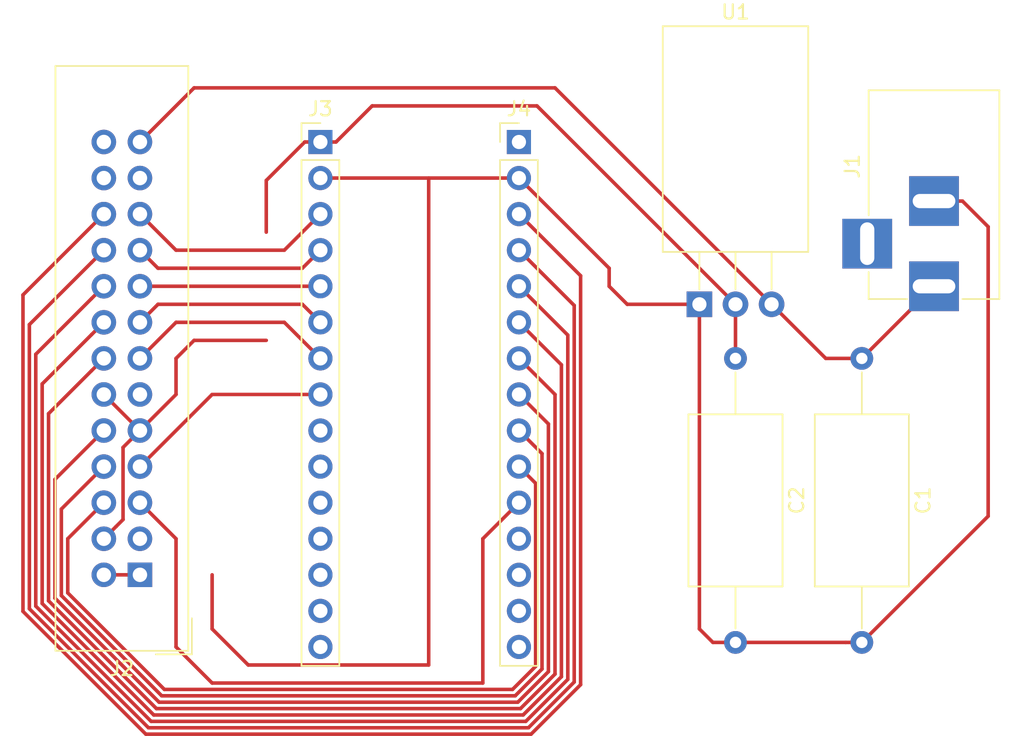
<source format=kicad_pcb>
(kicad_pcb (version 20171130) (host pcbnew "(5.0.0-rc2-dev-374-g906b389fa)")

  (general
    (thickness 1.6)
    (drawings 1)
    (tracks 128)
    (zones 0)
    (modules 7)
    (nets 37)
  )

  (page A4)
  (layers
    (0 F.Cu signal)
    (31 B.Cu signal)
    (32 B.Adhes user)
    (33 F.Adhes user)
    (34 B.Paste user)
    (35 F.Paste user)
    (36 B.SilkS user)
    (37 F.SilkS user)
    (38 B.Mask user)
    (39 F.Mask user)
    (40 Dwgs.User user)
    (41 Cmts.User user)
    (42 Eco1.User user)
    (43 Eco2.User user)
    (44 Edge.Cuts user)
    (45 Margin user)
    (46 B.CrtYd user)
    (47 F.CrtYd user)
    (48 B.Fab user)
    (49 F.Fab user)
  )

  (setup
    (last_trace_width 0.25)
    (trace_clearance 0.2)
    (zone_clearance 0.508)
    (zone_45_only no)
    (trace_min 0.2)
    (segment_width 0.2)
    (edge_width 0.15)
    (via_size 0.8)
    (via_drill 0.4)
    (via_min_size 0.4)
    (via_min_drill 0.3)
    (uvia_size 0.3)
    (uvia_drill 0.1)
    (uvias_allowed no)
    (uvia_min_size 0.2)
    (uvia_min_drill 0.1)
    (pcb_text_width 0.3)
    (pcb_text_size 1.5 1.5)
    (mod_edge_width 0.15)
    (mod_text_size 1 1)
    (mod_text_width 0.15)
    (pad_size 1.524 1.524)
    (pad_drill 0.762)
    (pad_to_mask_clearance 0.2)
    (aux_axis_origin 0 0)
    (visible_elements 7FFFFFFF)
    (pcbplotparams
      (layerselection 0x010fc_ffffffff)
      (usegerberextensions false)
      (usegerberattributes false)
      (usegerberadvancedattributes false)
      (creategerberjobfile false)
      (excludeedgelayer true)
      (linewidth 0.100000)
      (plotframeref false)
      (viasonmask false)
      (mode 1)
      (useauxorigin false)
      (hpglpennumber 1)
      (hpglpenspeed 20)
      (hpglpendiameter 15)
      (psnegative false)
      (psa4output false)
      (plotreference true)
      (plotvalue true)
      (plotinvisibletext false)
      (padsonsilk false)
      (subtractmaskfromsilk false)
      (outputformat 1)
      (mirror false)
      (drillshape 1)
      (scaleselection 1)
      (outputdirectory ""))
  )

  (net 0 "")
  (net 1 Earth)
  (net 2 +12V)
  (net 3 +5V)
  (net 4 "Net-(J1-Pad3)")
  (net 5 "Net-(J2-Pad26)")
  (net 6 "Net-(J2-Pad24)")
  (net 7 "Net-(J2-Pad23)")
  (net 8 MCU_GPIO_19)
  (net 9 MCU_GPIO_21)
  (net 10 MCU_GPIO_05)
  (net 11 MCU_GPIO_18)
  (net 12 C5)
  (net 13 B~W~)
  (net 14 C3)
  (net 15 C4)
  (net 16 C1)
  (net 17 C2)
  (net 18 "Net-(J2-Pad11)")
  (net 19 MCU_GPIO_12)
  (net 20 MCU_GPIO_13)
  (net 21 "Net-(J2-Pad3)")
  (net 22 "Net-(J3-Pad9)")
  (net 23 "Net-(J3-Pad10)")
  (net 24 "Net-(J3-Pad11)")
  (net 25 "Net-(J3-Pad12)")
  (net 26 "Net-(J3-Pad13)")
  (net 27 "Net-(J3-Pad14)")
  (net 28 "Net-(J3-Pad15)")
  (net 29 "Net-(J4-Pad15)")
  (net 30 "Net-(J4-Pad14)")
  (net 31 "Net-(J4-Pad13)")
  (net 32 "Net-(J4-Pad12)")
  (net 33 "Net-(J4-Pad1)")
  (net 34 MCU_GPIO_15)
  (net 35 MCU_GPIO_02)
  (net 36 MCU_GPIO_25)

  (net_class Default "This is the default net class."
    (clearance 0.2)
    (trace_width 0.25)
    (via_dia 0.8)
    (via_drill 0.4)
    (uvia_dia 0.3)
    (uvia_drill 0.1)
    (add_net +12V)
    (add_net +5V)
    (add_net B~W~)
    (add_net C1)
    (add_net C2)
    (add_net C3)
    (add_net C4)
    (add_net C5)
    (add_net Earth)
    (add_net MCU_GPIO_02)
    (add_net MCU_GPIO_05)
    (add_net MCU_GPIO_12)
    (add_net MCU_GPIO_13)
    (add_net MCU_GPIO_15)
    (add_net MCU_GPIO_18)
    (add_net MCU_GPIO_19)
    (add_net MCU_GPIO_21)
    (add_net MCU_GPIO_25)
    (add_net "Net-(J1-Pad3)")
    (add_net "Net-(J2-Pad11)")
    (add_net "Net-(J2-Pad23)")
    (add_net "Net-(J2-Pad24)")
    (add_net "Net-(J2-Pad26)")
    (add_net "Net-(J2-Pad3)")
    (add_net "Net-(J3-Pad10)")
    (add_net "Net-(J3-Pad11)")
    (add_net "Net-(J3-Pad12)")
    (add_net "Net-(J3-Pad13)")
    (add_net "Net-(J3-Pad14)")
    (add_net "Net-(J3-Pad15)")
    (add_net "Net-(J3-Pad9)")
    (add_net "Net-(J4-Pad1)")
    (add_net "Net-(J4-Pad12)")
    (add_net "Net-(J4-Pad13)")
    (add_net "Net-(J4-Pad14)")
    (add_net "Net-(J4-Pad15)")
  )

  (module Capacitors_THT:C_Axial_L12.0mm_D6.5mm_P20.00mm_Horizontal (layer F.Cu) (tedit 597BC7C2) (tstamp 5AD81750)
    (at 273.05 -24.13 270)
    (descr "C, Axial series, Axial, Horizontal, pin pitch=20mm, , length*diameter=12*6.5mm^2, http://cdn-reichelt.de/documents/datenblatt/B300/STYROFLEX.pdf")
    (tags "C Axial series Axial Horizontal pin pitch 20mm  length 12mm diameter 6.5mm")
    (path /5AC6FB9C)
    (fp_text reference C1 (at 10 -4.31 270) (layer F.SilkS)
      (effects (font (size 1 1) (thickness 0.15)))
    )
    (fp_text value 100nF (at 10 4.31 270) (layer F.Fab)
      (effects (font (size 1 1) (thickness 0.15)))
    )
    (fp_text user %R (at 10 0 270) (layer F.Fab)
      (effects (font (size 1 1) (thickness 0.15)))
    )
    (fp_line (start 21.05 -3.6) (end -1.05 -3.6) (layer F.CrtYd) (width 0.05))
    (fp_line (start 21.05 3.6) (end 21.05 -3.6) (layer F.CrtYd) (width 0.05))
    (fp_line (start -1.05 3.6) (end 21.05 3.6) (layer F.CrtYd) (width 0.05))
    (fp_line (start -1.05 -3.6) (end -1.05 3.6) (layer F.CrtYd) (width 0.05))
    (fp_line (start 19.02 0) (end 16.06 0) (layer F.SilkS) (width 0.12))
    (fp_line (start 0.98 0) (end 3.94 0) (layer F.SilkS) (width 0.12))
    (fp_line (start 16.06 -3.31) (end 3.94 -3.31) (layer F.SilkS) (width 0.12))
    (fp_line (start 16.06 3.31) (end 16.06 -3.31) (layer F.SilkS) (width 0.12))
    (fp_line (start 3.94 3.31) (end 16.06 3.31) (layer F.SilkS) (width 0.12))
    (fp_line (start 3.94 -3.31) (end 3.94 3.31) (layer F.SilkS) (width 0.12))
    (fp_line (start 20 0) (end 16 0) (layer F.Fab) (width 0.1))
    (fp_line (start 0 0) (end 4 0) (layer F.Fab) (width 0.1))
    (fp_line (start 16 -3.25) (end 4 -3.25) (layer F.Fab) (width 0.1))
    (fp_line (start 16 3.25) (end 16 -3.25) (layer F.Fab) (width 0.1))
    (fp_line (start 4 3.25) (end 16 3.25) (layer F.Fab) (width 0.1))
    (fp_line (start 4 -3.25) (end 4 3.25) (layer F.Fab) (width 0.1))
    (pad 2 thru_hole oval (at 20 0 270) (size 1.6 1.6) (drill 0.8) (layers *.Cu *.Mask)
      (net 1 Earth))
    (pad 1 thru_hole circle (at 0 0 270) (size 1.6 1.6) (drill 0.8) (layers *.Cu *.Mask)
      (net 2 +12V))
    (model ${KISYS3DMOD}/Capacitors_THT.3dshapes/C_Axial_L12.0mm_D6.5mm_P20.00mm_Horizontal.wrl
      (at (xyz 0 0 0))
      (scale (xyz 1 1 1))
      (rotate (xyz 0 0 0))
    )
  )

  (module Capacitors_THT:C_Axial_L12.0mm_D6.5mm_P20.00mm_Horizontal (layer F.Cu) (tedit 597BC7C2) (tstamp 5AD81767)
    (at 264.16 -24.13 270)
    (descr "C, Axial series, Axial, Horizontal, pin pitch=20mm, , length*diameter=12*6.5mm^2, http://cdn-reichelt.de/documents/datenblatt/B300/STYROFLEX.pdf")
    (tags "C Axial series Axial Horizontal pin pitch 20mm  length 12mm diameter 6.5mm")
    (path /5AC6FBF1)
    (fp_text reference C2 (at 10 -4.31 270) (layer F.SilkS)
      (effects (font (size 1 1) (thickness 0.15)))
    )
    (fp_text value 10uF (at 10 4.31 270) (layer F.Fab)
      (effects (font (size 1 1) (thickness 0.15)))
    )
    (fp_line (start 4 -3.25) (end 4 3.25) (layer F.Fab) (width 0.1))
    (fp_line (start 4 3.25) (end 16 3.25) (layer F.Fab) (width 0.1))
    (fp_line (start 16 3.25) (end 16 -3.25) (layer F.Fab) (width 0.1))
    (fp_line (start 16 -3.25) (end 4 -3.25) (layer F.Fab) (width 0.1))
    (fp_line (start 0 0) (end 4 0) (layer F.Fab) (width 0.1))
    (fp_line (start 20 0) (end 16 0) (layer F.Fab) (width 0.1))
    (fp_line (start 3.94 -3.31) (end 3.94 3.31) (layer F.SilkS) (width 0.12))
    (fp_line (start 3.94 3.31) (end 16.06 3.31) (layer F.SilkS) (width 0.12))
    (fp_line (start 16.06 3.31) (end 16.06 -3.31) (layer F.SilkS) (width 0.12))
    (fp_line (start 16.06 -3.31) (end 3.94 -3.31) (layer F.SilkS) (width 0.12))
    (fp_line (start 0.98 0) (end 3.94 0) (layer F.SilkS) (width 0.12))
    (fp_line (start 19.02 0) (end 16.06 0) (layer F.SilkS) (width 0.12))
    (fp_line (start -1.05 -3.6) (end -1.05 3.6) (layer F.CrtYd) (width 0.05))
    (fp_line (start -1.05 3.6) (end 21.05 3.6) (layer F.CrtYd) (width 0.05))
    (fp_line (start 21.05 3.6) (end 21.05 -3.6) (layer F.CrtYd) (width 0.05))
    (fp_line (start 21.05 -3.6) (end -1.05 -3.6) (layer F.CrtYd) (width 0.05))
    (fp_text user %R (at 10 0 270) (layer F.Fab)
      (effects (font (size 1 1) (thickness 0.15)))
    )
    (pad 1 thru_hole circle (at 0 0 270) (size 1.6 1.6) (drill 0.8) (layers *.Cu *.Mask)
      (net 3 +5V))
    (pad 2 thru_hole oval (at 20 0 270) (size 1.6 1.6) (drill 0.8) (layers *.Cu *.Mask)
      (net 1 Earth))
    (model ${KISYS3DMOD}/Capacitors_THT.3dshapes/C_Axial_L12.0mm_D6.5mm_P20.00mm_Horizontal.wrl
      (at (xyz 0 0 0))
      (scale (xyz 1 1 1))
      (rotate (xyz 0 0 0))
    )
  )

  (module Connectors:BARREL_JACK (layer F.Cu) (tedit 5861378E) (tstamp 5AD81786)
    (at 278.13 -29.21 270)
    (descr "DC Barrel Jack")
    (tags "Power Jack")
    (path /5AC63A3D)
    (fp_text reference J1 (at -8.45 5.75 90) (layer F.SilkS)
      (effects (font (size 1 1) (thickness 0.15)))
    )
    (fp_text value Barrel_Jack (at -6.2 -5.5 270) (layer F.Fab)
      (effects (font (size 1 1) (thickness 0.15)))
    )
    (fp_line (start 0.8 -4.5) (end -13.7 -4.5) (layer F.Fab) (width 0.1))
    (fp_line (start 0.8 4.5) (end 0.8 -4.5) (layer F.Fab) (width 0.1))
    (fp_line (start -13.7 4.5) (end 0.8 4.5) (layer F.Fab) (width 0.1))
    (fp_line (start -13.7 -4.5) (end -13.7 4.5) (layer F.Fab) (width 0.1))
    (fp_line (start -10.2 -4.5) (end -10.2 4.5) (layer F.Fab) (width 0.1))
    (fp_line (start 0.9 -4.6) (end 0.9 -2) (layer F.SilkS) (width 0.12))
    (fp_line (start -13.8 -4.6) (end 0.9 -4.6) (layer F.SilkS) (width 0.12))
    (fp_line (start 0.9 4.6) (end -1 4.6) (layer F.SilkS) (width 0.12))
    (fp_line (start 0.9 1.9) (end 0.9 4.6) (layer F.SilkS) (width 0.12))
    (fp_line (start -13.8 4.6) (end -13.8 -4.6) (layer F.SilkS) (width 0.12))
    (fp_line (start -5 4.6) (end -13.8 4.6) (layer F.SilkS) (width 0.12))
    (fp_line (start -14 4.75) (end -14 -4.75) (layer F.CrtYd) (width 0.05))
    (fp_line (start -5 4.75) (end -14 4.75) (layer F.CrtYd) (width 0.05))
    (fp_line (start -5 6.75) (end -5 4.75) (layer F.CrtYd) (width 0.05))
    (fp_line (start -1 6.75) (end -5 6.75) (layer F.CrtYd) (width 0.05))
    (fp_line (start -1 4.75) (end -1 6.75) (layer F.CrtYd) (width 0.05))
    (fp_line (start 1 4.75) (end -1 4.75) (layer F.CrtYd) (width 0.05))
    (fp_line (start 1 2) (end 1 4.75) (layer F.CrtYd) (width 0.05))
    (fp_line (start 2 2) (end 1 2) (layer F.CrtYd) (width 0.05))
    (fp_line (start 2 -2) (end 2 2) (layer F.CrtYd) (width 0.05))
    (fp_line (start 1 -2) (end 2 -2) (layer F.CrtYd) (width 0.05))
    (fp_line (start 1 -4.5) (end 1 -2) (layer F.CrtYd) (width 0.05))
    (fp_line (start 1 -4.75) (end -14 -4.75) (layer F.CrtYd) (width 0.05))
    (fp_line (start 1 -4.5) (end 1 -4.75) (layer F.CrtYd) (width 0.05))
    (pad 3 thru_hole rect (at -3 4.7 270) (size 3.5 3.5) (drill oval 3 1) (layers *.Cu *.Mask)
      (net 4 "Net-(J1-Pad3)"))
    (pad 2 thru_hole rect (at -6 0 270) (size 3.5 3.5) (drill oval 1 3) (layers *.Cu *.Mask)
      (net 1 Earth))
    (pad 1 thru_hole rect (at 0 0 270) (size 3.5 3.5) (drill oval 1 3) (layers *.Cu *.Mask)
      (net 2 +12V))
  )

  (module Connectors_IDC:IDC-Header_2x13_Pitch2.54mm_Straight (layer F.Cu) (tedit 59DE1198) (tstamp 5AD82227)
    (at 222.25 -8.89 180)
    (descr "26 pins through hole IDC header")
    (tags "IDC header socket VASCH")
    (path /5AC71CE1)
    (fp_text reference J2 (at 1.27 -6.604 180) (layer F.SilkS)
      (effects (font (size 1 1) (thickness 0.15)))
    )
    (fp_text value Conn_02x13_Odd_Even (at 1.27 37.084 180) (layer F.Fab)
      (effects (font (size 1 1) (thickness 0.15)))
    )
    (fp_line (start -3.655 -5.6) (end -1.115 -5.6) (layer F.SilkS) (width 0.12))
    (fp_line (start -3.655 -5.6) (end -3.655 -3.06) (layer F.SilkS) (width 0.12))
    (fp_line (start -3.405 -5.35) (end 5.945 -5.35) (layer F.SilkS) (width 0.12))
    (fp_line (start -3.405 35.83) (end -3.405 -5.35) (layer F.SilkS) (width 0.12))
    (fp_line (start 5.945 35.83) (end -3.405 35.83) (layer F.SilkS) (width 0.12))
    (fp_line (start 5.945 -5.35) (end 5.945 35.83) (layer F.SilkS) (width 0.12))
    (fp_line (start -3.91 -5.85) (end 6.2 -5.85) (layer F.CrtYd) (width 0.05))
    (fp_line (start -3.91 36.08) (end -3.91 -5.85) (layer F.CrtYd) (width 0.05))
    (fp_line (start 6.2 36.08) (end -3.91 36.08) (layer F.CrtYd) (width 0.05))
    (fp_line (start 6.2 -5.85) (end 6.2 36.08) (layer F.CrtYd) (width 0.05))
    (fp_line (start -3.155 35.58) (end -2.605 35.02) (layer F.Fab) (width 0.1))
    (fp_line (start -3.155 -5.1) (end -2.605 -4.56) (layer F.Fab) (width 0.1))
    (fp_line (start 5.695 35.58) (end 5.145 35.02) (layer F.Fab) (width 0.1))
    (fp_line (start 5.695 -5.1) (end 5.145 -4.56) (layer F.Fab) (width 0.1))
    (fp_line (start 5.145 35.02) (end -2.605 35.02) (layer F.Fab) (width 0.1))
    (fp_line (start 5.695 35.58) (end -3.155 35.58) (layer F.Fab) (width 0.1))
    (fp_line (start 5.145 -4.56) (end -2.605 -4.56) (layer F.Fab) (width 0.1))
    (fp_line (start 5.695 -5.1) (end -3.155 -5.1) (layer F.Fab) (width 0.1))
    (fp_line (start -2.605 17.49) (end -3.155 17.49) (layer F.Fab) (width 0.1))
    (fp_line (start -2.605 12.99) (end -3.155 12.99) (layer F.Fab) (width 0.1))
    (fp_line (start -2.605 17.49) (end -2.605 35.02) (layer F.Fab) (width 0.1))
    (fp_line (start -2.605 -4.56) (end -2.605 12.99) (layer F.Fab) (width 0.1))
    (fp_line (start -3.155 -5.1) (end -3.155 35.58) (layer F.Fab) (width 0.1))
    (fp_line (start 5.145 -4.56) (end 5.145 35.02) (layer F.Fab) (width 0.1))
    (fp_line (start 5.695 -5.1) (end 5.695 35.58) (layer F.Fab) (width 0.1))
    (fp_text user %R (at 1.27 15.24 180) (layer F.Fab)
      (effects (font (size 1 1) (thickness 0.15)))
    )
    (pad 26 thru_hole oval (at 2.54 30.48 180) (size 1.7272 1.7272) (drill 1.016) (layers *.Cu *.Mask)
      (net 5 "Net-(J2-Pad26)"))
    (pad 25 thru_hole oval (at 0 30.48 180) (size 1.7272 1.7272) (drill 1.016) (layers *.Cu *.Mask)
      (net 2 +12V))
    (pad 24 thru_hole oval (at 2.54 27.94 180) (size 1.7272 1.7272) (drill 1.016) (layers *.Cu *.Mask)
      (net 6 "Net-(J2-Pad24)"))
    (pad 23 thru_hole oval (at 0 27.94 180) (size 1.7272 1.7272) (drill 1.016) (layers *.Cu *.Mask)
      (net 7 "Net-(J2-Pad23)"))
    (pad 22 thru_hole oval (at 2.54 25.4 180) (size 1.7272 1.7272) (drill 1.016) (layers *.Cu *.Mask)
      (net 34 MCU_GPIO_15))
    (pad 21 thru_hole oval (at 0 25.4 180) (size 1.7272 1.7272) (drill 1.016) (layers *.Cu *.Mask)
      (net 20 MCU_GPIO_13))
    (pad 20 thru_hole oval (at 2.54 22.86 180) (size 1.7272 1.7272) (drill 1.016) (layers *.Cu *.Mask)
      (net 35 MCU_GPIO_02))
    (pad 19 thru_hole oval (at 0 22.86 180) (size 1.7272 1.7272) (drill 1.016) (layers *.Cu *.Mask)
      (net 19 MCU_GPIO_12))
    (pad 18 thru_hole oval (at 2.54 20.32 180) (size 1.7272 1.7272) (drill 1.016) (layers *.Cu *.Mask)
      (net 12 C5))
    (pad 17 thru_hole oval (at 0 20.32 180) (size 1.7272 1.7272) (drill 1.016) (layers *.Cu *.Mask)
      (net 13 B~W~))
    (pad 16 thru_hole oval (at 2.54 17.78 180) (size 1.7272 1.7272) (drill 1.016) (layers *.Cu *.Mask)
      (net 14 C3))
    (pad 15 thru_hole oval (at 0 17.78 180) (size 1.7272 1.7272) (drill 1.016) (layers *.Cu *.Mask)
      (net 15 C4))
    (pad 14 thru_hole oval (at 2.54 15.24 180) (size 1.7272 1.7272) (drill 1.016) (layers *.Cu *.Mask)
      (net 16 C1))
    (pad 13 thru_hole oval (at 0 15.24 180) (size 1.7272 1.7272) (drill 1.016) (layers *.Cu *.Mask)
      (net 17 C2))
    (pad 12 thru_hole oval (at 2.54 12.7 180) (size 1.7272 1.7272) (drill 1.016) (layers *.Cu *.Mask)
      (net 3 +5V))
    (pad 11 thru_hole oval (at 0 12.7 180) (size 1.7272 1.7272) (drill 1.016) (layers *.Cu *.Mask)
      (net 18 "Net-(J2-Pad11)"))
    (pad 10 thru_hole oval (at 2.54 10.16 180) (size 1.7272 1.7272) (drill 1.016) (layers *.Cu *.Mask)
      (net 10 MCU_GPIO_05))
    (pad 9 thru_hole oval (at 0 10.16 180) (size 1.7272 1.7272) (drill 1.016) (layers *.Cu *.Mask)
      (net 3 +5V))
    (pad 8 thru_hole oval (at 2.54 7.62 180) (size 1.7272 1.7272) (drill 1.016) (layers *.Cu *.Mask)
      (net 11 MCU_GPIO_18))
    (pad 7 thru_hole oval (at 0 7.62 180) (size 1.7272 1.7272) (drill 1.016) (layers *.Cu *.Mask)
      (net 36 MCU_GPIO_25))
    (pad 6 thru_hole oval (at 2.54 5.08 180) (size 1.7272 1.7272) (drill 1.016) (layers *.Cu *.Mask)
      (net 8 MCU_GPIO_19))
    (pad 5 thru_hole oval (at 0 5.08 180) (size 1.7272 1.7272) (drill 1.016) (layers *.Cu *.Mask)
      (net 9 MCU_GPIO_21))
    (pad 4 thru_hole oval (at 2.54 2.54 180) (size 1.7272 1.7272) (drill 1.016) (layers *.Cu *.Mask)
      (net 3 +5V))
    (pad 3 thru_hole oval (at 0 2.54 180) (size 1.7272 1.7272) (drill 1.016) (layers *.Cu *.Mask)
      (net 21 "Net-(J2-Pad3)"))
    (pad 2 thru_hole oval (at 2.54 0 180) (size 1.7272 1.7272) (drill 1.016) (layers *.Cu *.Mask)
      (net 1 Earth))
    (pad 1 thru_hole rect (at 0 0 180) (size 1.7272 1.7272) (drill 1.016) (layers *.Cu *.Mask)
      (net 1 Earth))
    (model ${KISYS3DMOD}/Connectors_IDC.3dshapes/IDC-Header_2x13_Pitch2.54mm_Straight.wrl
      (at (xyz 0 0 0))
      (scale (xyz 1 1 1))
      (rotate (xyz 0 0 0))
    )
  )

  (module Pin_Headers:Pin_Header_Straight_1x15_Pitch2.54mm (layer F.Cu) (tedit 59650532) (tstamp 5AD817E1)
    (at 234.95 -39.37)
    (descr "Through hole straight pin header, 1x15, 2.54mm pitch, single row")
    (tags "Through hole pin header THT 1x15 2.54mm single row")
    (path /5AC79EAF)
    (fp_text reference J3 (at 0 -2.33) (layer F.SilkS)
      (effects (font (size 1 1) (thickness 0.15)))
    )
    (fp_text value Conn_01x15_Female (at 0 37.89) (layer F.Fab)
      (effects (font (size 1 1) (thickness 0.15)))
    )
    (fp_line (start -0.635 -1.27) (end 1.27 -1.27) (layer F.Fab) (width 0.1))
    (fp_line (start 1.27 -1.27) (end 1.27 36.83) (layer F.Fab) (width 0.1))
    (fp_line (start 1.27 36.83) (end -1.27 36.83) (layer F.Fab) (width 0.1))
    (fp_line (start -1.27 36.83) (end -1.27 -0.635) (layer F.Fab) (width 0.1))
    (fp_line (start -1.27 -0.635) (end -0.635 -1.27) (layer F.Fab) (width 0.1))
    (fp_line (start -1.33 36.89) (end 1.33 36.89) (layer F.SilkS) (width 0.12))
    (fp_line (start -1.33 1.27) (end -1.33 36.89) (layer F.SilkS) (width 0.12))
    (fp_line (start 1.33 1.27) (end 1.33 36.89) (layer F.SilkS) (width 0.12))
    (fp_line (start -1.33 1.27) (end 1.33 1.27) (layer F.SilkS) (width 0.12))
    (fp_line (start -1.33 0) (end -1.33 -1.33) (layer F.SilkS) (width 0.12))
    (fp_line (start -1.33 -1.33) (end 0 -1.33) (layer F.SilkS) (width 0.12))
    (fp_line (start -1.8 -1.8) (end -1.8 37.35) (layer F.CrtYd) (width 0.05))
    (fp_line (start -1.8 37.35) (end 1.8 37.35) (layer F.CrtYd) (width 0.05))
    (fp_line (start 1.8 37.35) (end 1.8 -1.8) (layer F.CrtYd) (width 0.05))
    (fp_line (start 1.8 -1.8) (end -1.8 -1.8) (layer F.CrtYd) (width 0.05))
    (fp_text user %R (at 0 17.78 90) (layer F.Fab)
      (effects (font (size 1 1) (thickness 0.15)))
    )
    (pad 1 thru_hole rect (at 0 0) (size 1.7 1.7) (drill 1) (layers *.Cu *.Mask)
      (net 3 +5V))
    (pad 2 thru_hole oval (at 0 2.54) (size 1.7 1.7) (drill 1) (layers *.Cu *.Mask)
      (net 1 Earth))
    (pad 3 thru_hole oval (at 0 5.08) (size 1.7 1.7) (drill 1) (layers *.Cu *.Mask)
      (net 20 MCU_GPIO_13))
    (pad 4 thru_hole oval (at 0 7.62) (size 1.7 1.7) (drill 1) (layers *.Cu *.Mask)
      (net 19 MCU_GPIO_12))
    (pad 5 thru_hole oval (at 0 10.16) (size 1.7 1.7) (drill 1) (layers *.Cu *.Mask)
      (net 13 B~W~))
    (pad 6 thru_hole oval (at 0 12.7) (size 1.7 1.7) (drill 1) (layers *.Cu *.Mask)
      (net 15 C4))
    (pad 7 thru_hole oval (at 0 15.24) (size 1.7 1.7) (drill 1) (layers *.Cu *.Mask)
      (net 17 C2))
    (pad 8 thru_hole oval (at 0 17.78) (size 1.7 1.7) (drill 1) (layers *.Cu *.Mask)
      (net 36 MCU_GPIO_25))
    (pad 9 thru_hole oval (at 0 20.32) (size 1.7 1.7) (drill 1) (layers *.Cu *.Mask)
      (net 22 "Net-(J3-Pad9)"))
    (pad 10 thru_hole oval (at 0 22.86) (size 1.7 1.7) (drill 1) (layers *.Cu *.Mask)
      (net 23 "Net-(J3-Pad10)"))
    (pad 11 thru_hole oval (at 0 25.4) (size 1.7 1.7) (drill 1) (layers *.Cu *.Mask)
      (net 24 "Net-(J3-Pad11)"))
    (pad 12 thru_hole oval (at 0 27.94) (size 1.7 1.7) (drill 1) (layers *.Cu *.Mask)
      (net 25 "Net-(J3-Pad12)"))
    (pad 13 thru_hole oval (at 0 30.48) (size 1.7 1.7) (drill 1) (layers *.Cu *.Mask)
      (net 26 "Net-(J3-Pad13)"))
    (pad 14 thru_hole oval (at 0 33.02) (size 1.7 1.7) (drill 1) (layers *.Cu *.Mask)
      (net 27 "Net-(J3-Pad14)"))
    (pad 15 thru_hole oval (at 0 35.56) (size 1.7 1.7) (drill 1) (layers *.Cu *.Mask)
      (net 28 "Net-(J3-Pad15)"))
    (model ${KISYS3DMOD}/Pin_Headers.3dshapes/Pin_Header_Straight_1x15_Pitch2.54mm.wrl
      (at (xyz 0 0 0))
      (scale (xyz 1 1 1))
      (rotate (xyz 0 0 0))
    )
  )

  (module Pin_Headers:Pin_Header_Straight_1x15_Pitch2.54mm (layer F.Cu) (tedit 59650532) (tstamp 5AD81804)
    (at 248.92 -39.37)
    (descr "Through hole straight pin header, 1x15, 2.54mm pitch, single row")
    (tags "Through hole pin header THT 1x15 2.54mm single row")
    (path /5AC77E51)
    (fp_text reference J4 (at 0 -2.33) (layer F.SilkS)
      (effects (font (size 1 1) (thickness 0.15)))
    )
    (fp_text value Conn_01x15_Female (at 0 37.89) (layer F.Fab)
      (effects (font (size 1 1) (thickness 0.15)))
    )
    (fp_text user %R (at 0 17.78 90) (layer F.Fab)
      (effects (font (size 1 1) (thickness 0.15)))
    )
    (fp_line (start 1.8 -1.8) (end -1.8 -1.8) (layer F.CrtYd) (width 0.05))
    (fp_line (start 1.8 37.35) (end 1.8 -1.8) (layer F.CrtYd) (width 0.05))
    (fp_line (start -1.8 37.35) (end 1.8 37.35) (layer F.CrtYd) (width 0.05))
    (fp_line (start -1.8 -1.8) (end -1.8 37.35) (layer F.CrtYd) (width 0.05))
    (fp_line (start -1.33 -1.33) (end 0 -1.33) (layer F.SilkS) (width 0.12))
    (fp_line (start -1.33 0) (end -1.33 -1.33) (layer F.SilkS) (width 0.12))
    (fp_line (start -1.33 1.27) (end 1.33 1.27) (layer F.SilkS) (width 0.12))
    (fp_line (start 1.33 1.27) (end 1.33 36.89) (layer F.SilkS) (width 0.12))
    (fp_line (start -1.33 1.27) (end -1.33 36.89) (layer F.SilkS) (width 0.12))
    (fp_line (start -1.33 36.89) (end 1.33 36.89) (layer F.SilkS) (width 0.12))
    (fp_line (start -1.27 -0.635) (end -0.635 -1.27) (layer F.Fab) (width 0.1))
    (fp_line (start -1.27 36.83) (end -1.27 -0.635) (layer F.Fab) (width 0.1))
    (fp_line (start 1.27 36.83) (end -1.27 36.83) (layer F.Fab) (width 0.1))
    (fp_line (start 1.27 -1.27) (end 1.27 36.83) (layer F.Fab) (width 0.1))
    (fp_line (start -0.635 -1.27) (end 1.27 -1.27) (layer F.Fab) (width 0.1))
    (pad 15 thru_hole oval (at 0 35.56) (size 1.7 1.7) (drill 1) (layers *.Cu *.Mask)
      (net 29 "Net-(J4-Pad15)"))
    (pad 14 thru_hole oval (at 0 33.02) (size 1.7 1.7) (drill 1) (layers *.Cu *.Mask)
      (net 30 "Net-(J4-Pad14)"))
    (pad 13 thru_hole oval (at 0 30.48) (size 1.7 1.7) (drill 1) (layers *.Cu *.Mask)
      (net 31 "Net-(J4-Pad13)"))
    (pad 12 thru_hole oval (at 0 27.94) (size 1.7 1.7) (drill 1) (layers *.Cu *.Mask)
      (net 32 "Net-(J4-Pad12)"))
    (pad 11 thru_hole oval (at 0 25.4) (size 1.7 1.7) (drill 1) (layers *.Cu *.Mask)
      (net 9 MCU_GPIO_21))
    (pad 10 thru_hole oval (at 0 22.86) (size 1.7 1.7) (drill 1) (layers *.Cu *.Mask)
      (net 8 MCU_GPIO_19))
    (pad 9 thru_hole oval (at 0 20.32) (size 1.7 1.7) (drill 1) (layers *.Cu *.Mask)
      (net 11 MCU_GPIO_18))
    (pad 8 thru_hole oval (at 0 17.78) (size 1.7 1.7) (drill 1) (layers *.Cu *.Mask)
      (net 10 MCU_GPIO_05))
    (pad 7 thru_hole oval (at 0 15.24) (size 1.7 1.7) (drill 1) (layers *.Cu *.Mask)
      (net 16 C1))
    (pad 6 thru_hole oval (at 0 12.7) (size 1.7 1.7) (drill 1) (layers *.Cu *.Mask)
      (net 14 C3))
    (pad 5 thru_hole oval (at 0 10.16) (size 1.7 1.7) (drill 1) (layers *.Cu *.Mask)
      (net 12 C5))
    (pad 4 thru_hole oval (at 0 7.62) (size 1.7 1.7) (drill 1) (layers *.Cu *.Mask)
      (net 35 MCU_GPIO_02))
    (pad 3 thru_hole oval (at 0 5.08) (size 1.7 1.7) (drill 1) (layers *.Cu *.Mask)
      (net 34 MCU_GPIO_15))
    (pad 2 thru_hole oval (at 0 2.54) (size 1.7 1.7) (drill 1) (layers *.Cu *.Mask)
      (net 1 Earth))
    (pad 1 thru_hole rect (at 0 0) (size 1.7 1.7) (drill 1) (layers *.Cu *.Mask)
      (net 33 "Net-(J4-Pad1)"))
    (model ${KISYS3DMOD}/Pin_Headers.3dshapes/Pin_Header_Straight_1x15_Pitch2.54mm.wrl
      (at (xyz 0 0 0))
      (scale (xyz 1 1 1))
      (rotate (xyz 0 0 0))
    )
  )

  (module TO_SOT_Packages_THT:TO-220-3_Horizontal (layer F.Cu) (tedit 58CE52AD) (tstamp 5AD81824)
    (at 261.62 -27.94)
    (descr "TO-220-3, Horizontal, RM 2.54mm")
    (tags "TO-220-3 Horizontal RM 2.54mm")
    (path /5AC69B06)
    (fp_text reference U1 (at 2.54 -20.58) (layer F.SilkS)
      (effects (font (size 1 1) (thickness 0.15)))
    )
    (fp_text value LM1117-5.0 (at 2.54 1.9) (layer F.Fab)
      (effects (font (size 1 1) (thickness 0.15)))
    )
    (fp_circle (center 2.54 -16.66) (end 4.39 -16.66) (layer F.Fab) (width 0.1))
    (fp_line (start 7.79 -19.71) (end -2.71 -19.71) (layer F.CrtYd) (width 0.05))
    (fp_line (start 7.79 1.15) (end 7.79 -19.71) (layer F.CrtYd) (width 0.05))
    (fp_line (start -2.71 1.15) (end 7.79 1.15) (layer F.CrtYd) (width 0.05))
    (fp_line (start -2.71 -19.71) (end -2.71 1.15) (layer F.CrtYd) (width 0.05))
    (fp_line (start 5.08 -3.69) (end 5.08 -1.066) (layer F.SilkS) (width 0.12))
    (fp_line (start 2.54 -3.69) (end 2.54 -1.066) (layer F.SilkS) (width 0.12))
    (fp_line (start 0 -3.69) (end 0 -1.05) (layer F.SilkS) (width 0.12))
    (fp_line (start 7.66 -19.58) (end 7.66 -3.69) (layer F.SilkS) (width 0.12))
    (fp_line (start -2.58 -19.58) (end -2.58 -3.69) (layer F.SilkS) (width 0.12))
    (fp_line (start -2.58 -19.58) (end 7.66 -19.58) (layer F.SilkS) (width 0.12))
    (fp_line (start -2.58 -3.69) (end 7.66 -3.69) (layer F.SilkS) (width 0.12))
    (fp_line (start 5.08 -3.81) (end 5.08 0) (layer F.Fab) (width 0.1))
    (fp_line (start 2.54 -3.81) (end 2.54 0) (layer F.Fab) (width 0.1))
    (fp_line (start 0 -3.81) (end 0 0) (layer F.Fab) (width 0.1))
    (fp_line (start 7.54 -3.81) (end -2.46 -3.81) (layer F.Fab) (width 0.1))
    (fp_line (start 7.54 -13.06) (end 7.54 -3.81) (layer F.Fab) (width 0.1))
    (fp_line (start -2.46 -13.06) (end 7.54 -13.06) (layer F.Fab) (width 0.1))
    (fp_line (start -2.46 -3.81) (end -2.46 -13.06) (layer F.Fab) (width 0.1))
    (fp_line (start 7.54 -13.06) (end -2.46 -13.06) (layer F.Fab) (width 0.1))
    (fp_line (start 7.54 -19.46) (end 7.54 -13.06) (layer F.Fab) (width 0.1))
    (fp_line (start -2.46 -19.46) (end 7.54 -19.46) (layer F.Fab) (width 0.1))
    (fp_line (start -2.46 -13.06) (end -2.46 -19.46) (layer F.Fab) (width 0.1))
    (fp_text user %R (at 2.54 -20.58) (layer F.Fab)
      (effects (font (size 1 1) (thickness 0.15)))
    )
    (pad 3 thru_hole oval (at 5.08 0) (size 1.8 1.8) (drill 1) (layers *.Cu *.Mask)
      (net 2 +12V))
    (pad 2 thru_hole oval (at 2.54 0) (size 1.8 1.8) (drill 1) (layers *.Cu *.Mask)
      (net 3 +5V))
    (pad 1 thru_hole rect (at 0 0) (size 1.8 1.8) (drill 1) (layers *.Cu *.Mask)
      (net 1 Earth))
    (pad 0 np_thru_hole oval (at 2.54 -16.66) (size 3.5 3.5) (drill 3.5) (layers *.Cu *.Mask))
    (model ${KISYS3DMOD}/TO_SOT_Packages_THT.3dshapes/TO-220-3_Horizontal.wrl
      (offset (xyz 2.539999961853027 0 0))
      (scale (xyz 0.393701 0.393701 0.393701))
      (rotate (xyz 0 0 0))
    )
  )

  (gr_poly (pts (xy 228.6 -13.97) (xy 229.87 -11.43) (xy 231.14 -13.97)) (layer F.Paste) (width 0.15))

  (segment (start 271.91863 -4.13) (end 264.16 -4.13) (width 0.25) (layer F.Cu) (net 1))
  (segment (start 273.05 -4.13) (end 271.91863 -4.13) (width 0.25) (layer F.Cu) (net 1))
  (segment (start 264.16 -4.13) (end 262.57 -4.13) (width 0.25) (layer F.Cu) (net 1))
  (segment (start 261.62 -5.08) (end 261.62 -27.94) (width 0.25) (layer F.Cu) (net 1))
  (segment (start 262.57 -4.13) (end 261.62 -5.08) (width 0.25) (layer F.Cu) (net 1))
  (segment (start 280.13 -35.21) (end 281.94 -33.4) (width 0.25) (layer F.Cu) (net 1))
  (segment (start 278.13 -35.21) (end 280.13 -35.21) (width 0.25) (layer F.Cu) (net 1))
  (segment (start 281.94 -13.02) (end 273.05 -4.13) (width 0.25) (layer F.Cu) (net 1))
  (segment (start 281.94 -33.4) (end 281.94 -13.02) (width 0.25) (layer F.Cu) (net 1))
  (segment (start 219.71 -8.89) (end 222.25 -8.89) (width 0.25) (layer F.Cu) (net 1))
  (segment (start 248.92 -36.83) (end 255.27 -30.48) (width 0.25) (layer F.Cu) (net 1))
  (segment (start 255.27 -30.48) (end 255.27 -29.21) (width 0.25) (layer F.Cu) (net 1))
  (segment (start 256.54 -27.94) (end 261.62 -27.94) (width 0.25) (layer F.Cu) (net 1))
  (segment (start 255.27 -29.21) (end 256.54 -27.94) (width 0.25) (layer F.Cu) (net 1))
  (segment (start 242.57 -36.83) (end 242.57 -2.54) (width 0.25) (layer F.Cu) (net 1))
  (segment (start 242.57 -36.83) (end 234.95 -36.83) (width 0.25) (layer F.Cu) (net 1))
  (segment (start 248.92 -36.83) (end 242.57 -36.83) (width 0.25) (layer F.Cu) (net 1))
  (segment (start 242.57 -2.54) (end 229.87 -2.54) (width 0.25) (layer F.Cu) (net 1))
  (segment (start 229.87 -2.54) (end 227.33 -5.08) (width 0.25) (layer F.Cu) (net 1))
  (segment (start 227.33 -5.08) (end 227.33 -8.89) (width 0.25) (layer F.Cu) (net 1))
  (segment (start 270.51 -24.13) (end 266.7 -27.94) (width 0.25) (layer F.Cu) (net 2))
  (segment (start 273.05 -24.13) (end 270.51 -24.13) (width 0.25) (layer F.Cu) (net 2))
  (segment (start 273.05 -24.13) (end 278.13 -29.21) (width 0.25) (layer F.Cu) (net 2))
  (segment (start 226.06 -43.18) (end 222.25 -39.37) (width 0.25) (layer F.Cu) (net 2))
  (segment (start 266.7 -27.94) (end 251.46 -43.18) (width 0.25) (layer F.Cu) (net 2))
  (segment (start 251.46 -43.18) (end 226.06 -43.18) (width 0.25) (layer F.Cu) (net 2))
  (segment (start 264.16 -24.13) (end 264.16 -27.94) (width 0.25) (layer F.Cu) (net 3))
  (segment (start 264.16 -27.94) (end 250.19 -41.91) (width 0.25) (layer F.Cu) (net 3))
  (segment (start 236.05 -39.37) (end 234.95 -39.37) (width 0.25) (layer F.Cu) (net 3))
  (segment (start 238.59 -41.91) (end 236.05 -39.37) (width 0.25) (layer F.Cu) (net 3))
  (segment (start 250.19 -41.91) (end 238.59 -41.91) (width 0.25) (layer F.Cu) (net 3))
  (segment (start 222.25 -19.05) (end 219.71 -21.59) (width 0.25) (layer F.Cu) (net 3))
  (segment (start 233.85 -39.37) (end 231.14 -36.66) (width 0.25) (layer F.Cu) (net 3))
  (segment (start 234.95 -39.37) (end 233.85 -39.37) (width 0.25) (layer F.Cu) (net 3))
  (segment (start 231.14 -36.66) (end 231.14 -34.29) (width 0.25) (layer F.Cu) (net 3))
  (segment (start 222.25 -19.05) (end 224.79 -21.59) (width 0.25) (layer F.Cu) (net 3))
  (segment (start 224.79 -21.59) (end 224.79 -24.13) (width 0.25) (layer F.Cu) (net 3))
  (segment (start 224.79 -24.13) (end 226.06 -25.4) (width 0.25) (layer F.Cu) (net 3))
  (segment (start 226.06 -25.4) (end 231.14 -25.4) (width 0.25) (layer F.Cu) (net 3))
  (segment (start 231.14 -34.29) (end 231.14 -33.02) (width 0.25) (layer F.Cu) (net 3))
  (segment (start 220.573599 -12.293599) (end 219.71 -11.43) (width 0.25) (layer F.Cu) (net 3))
  (segment (start 221.061399 -12.781399) (end 220.573599 -12.293599) (width 0.25) (layer F.Cu) (net 3))
  (segment (start 221.061399 -17.861399) (end 221.061399 -12.781399) (width 0.25) (layer F.Cu) (net 3))
  (segment (start 222.25 -19.05) (end 221.061399 -17.861399) (width 0.25) (layer F.Cu) (net 3))
  (segment (start 248.469991 -0.819991) (end 223.970009 -0.819991) (width 0.25) (layer F.Cu) (net 8))
  (segment (start 250.095001 -2.445001) (end 248.469991 -0.819991) (width 0.25) (layer F.Cu) (net 8))
  (segment (start 248.92 -16.51) (end 250.095001 -15.334999) (width 0.25) (layer F.Cu) (net 8))
  (segment (start 250.095001 -15.334999) (end 250.095001 -2.445001) (width 0.25) (layer F.Cu) (net 8))
  (segment (start 223.970009 -0.819991) (end 217.17 -7.62) (width 0.25) (layer F.Cu) (net 8))
  (segment (start 217.17 -11.43) (end 219.71 -13.97) (width 0.25) (layer F.Cu) (net 8))
  (segment (start 217.17 -7.62) (end 217.17 -11.43) (width 0.25) (layer F.Cu) (net 8))
  (segment (start 248.92 -13.97) (end 246.38 -11.43) (width 0.25) (layer F.Cu) (net 9))
  (segment (start 246.38 -11.43) (end 246.38 -1.27) (width 0.25) (layer F.Cu) (net 9))
  (segment (start 246.38 -1.27) (end 227.33 -1.27) (width 0.25) (layer F.Cu) (net 9))
  (segment (start 227.33 -1.27) (end 224.79 -3.81) (width 0.25) (layer F.Cu) (net 9))
  (segment (start 224.79 -11.43) (end 222.25 -13.97) (width 0.25) (layer F.Cu) (net 9))
  (segment (start 224.79 -3.81) (end 224.79 -11.43) (width 0.25) (layer F.Cu) (net 9))
  (segment (start 218.846401 -18.186401) (end 219.71 -19.05) (width 0.25) (layer F.Cu) (net 10))
  (segment (start 216.26998 -15.60998) (end 218.846401 -18.186401) (width 0.25) (layer F.Cu) (net 10))
  (segment (start 216.26998 -7.2472) (end 216.26998 -15.60998) (width 0.25) (layer F.Cu) (net 10))
  (segment (start 223.597207 0.080027) (end 216.26998 -7.2472) (width 0.25) (layer F.Cu) (net 10))
  (segment (start 248.84279 0.080028) (end 223.597207 0.080027) (width 0.25) (layer F.Cu) (net 10))
  (segment (start 250.995019 -2.072199) (end 248.84279 0.080028) (width 0.25) (layer F.Cu) (net 10))
  (segment (start 250.995019 -19.514981) (end 250.995019 -2.072199) (width 0.25) (layer F.Cu) (net 10))
  (segment (start 248.92 -21.59) (end 250.995019 -19.514981) (width 0.25) (layer F.Cu) (net 10))
  (segment (start 216.71999 -13.51999) (end 218.846401 -15.646401) (width 0.25) (layer F.Cu) (net 11))
  (segment (start 216.71999 -7.4336) (end 216.71999 -13.51999) (width 0.25) (layer F.Cu) (net 11))
  (segment (start 223.783608 -0.369982) (end 216.71999 -7.4336) (width 0.25) (layer F.Cu) (net 11))
  (segment (start 248.656391 -0.369981) (end 223.783608 -0.369982) (width 0.25) (layer F.Cu) (net 11))
  (segment (start 218.846401 -15.646401) (end 219.71 -16.51) (width 0.25) (layer F.Cu) (net 11))
  (segment (start 250.54501 -2.2586) (end 248.656391 -0.369981) (width 0.25) (layer F.Cu) (net 11))
  (segment (start 250.54501 -17.42499) (end 250.54501 -2.2586) (width 0.25) (layer F.Cu) (net 11))
  (segment (start 248.92 -19.05) (end 250.54501 -17.42499) (width 0.25) (layer F.Cu) (net 11))
  (segment (start 218.846401 -28.346401) (end 219.71 -29.21) (width 0.25) (layer F.Cu) (net 12))
  (segment (start 214.91995 -24.41995) (end 218.846401 -28.346401) (width 0.25) (layer F.Cu) (net 12))
  (segment (start 248.92 -29.21) (end 252.360018 -25.769982) (width 0.25) (layer F.Cu) (net 12))
  (segment (start 252.360018 -1.527972) (end 249.401989 1.430055) (width 0.25) (layer F.Cu) (net 12))
  (segment (start 249.401989 1.430055) (end 223.038004 1.430054) (width 0.25) (layer F.Cu) (net 12))
  (segment (start 223.038004 1.430054) (end 214.91995 -6.688) (width 0.25) (layer F.Cu) (net 12))
  (segment (start 252.360018 -25.769982) (end 252.360018 -1.527972) (width 0.25) (layer F.Cu) (net 12))
  (segment (start 214.91995 -6.688) (end 214.91995 -24.41995) (width 0.25) (layer F.Cu) (net 12))
  (segment (start 234.95 -29.21) (end 222.25 -29.21) (width 0.25) (layer F.Cu) (net 13))
  (segment (start 249.21559 0.980046) (end 223.224405 0.980045) (width 0.25) (layer F.Cu) (net 14))
  (segment (start 251.910009 -1.714373) (end 249.21559 0.980046) (width 0.25) (layer F.Cu) (net 14))
  (segment (start 248.92 -26.67) (end 251.910009 -23.679991) (width 0.25) (layer F.Cu) (net 14))
  (segment (start 251.910009 -23.679991) (end 251.910009 -1.714373) (width 0.25) (layer F.Cu) (net 14))
  (segment (start 218.846401 -25.806401) (end 219.71 -26.67) (width 0.25) (layer F.Cu) (net 14))
  (segment (start 215.36996 -22.32996) (end 218.846401 -25.806401) (width 0.25) (layer F.Cu) (net 14))
  (segment (start 215.36996 -6.8744) (end 215.36996 -22.32996) (width 0.25) (layer F.Cu) (net 14))
  (segment (start 223.224405 0.980045) (end 215.36996 -6.8744) (width 0.25) (layer F.Cu) (net 14))
  (segment (start 222.25 -26.67) (end 223.52 -27.94) (width 0.25) (layer F.Cu) (net 15))
  (segment (start 223.52 -27.94) (end 233.68 -27.94) (width 0.25) (layer F.Cu) (net 15))
  (segment (start 233.68 -27.94) (end 234.95 -26.67) (width 0.25) (layer F.Cu) (net 15))
  (segment (start 218.846401 -23.266401) (end 219.71 -24.13) (width 0.25) (layer F.Cu) (net 16))
  (segment (start 215.81997 -7.0608) (end 215.81997 -20.23997) (width 0.25) (layer F.Cu) (net 16))
  (segment (start 223.410806 0.530036) (end 215.81997 -7.0608) (width 0.25) (layer F.Cu) (net 16))
  (segment (start 249.02919 0.530036) (end 223.410806 0.530036) (width 0.25) (layer F.Cu) (net 16))
  (segment (start 215.81997 -20.23997) (end 218.846401 -23.266401) (width 0.25) (layer F.Cu) (net 16))
  (segment (start 251.46 -1.900774) (end 249.02919 0.530036) (width 0.25) (layer F.Cu) (net 16))
  (segment (start 251.46 -21.59) (end 251.46 -1.900774) (width 0.25) (layer F.Cu) (net 16))
  (segment (start 248.92 -24.13) (end 251.46 -21.59) (width 0.25) (layer F.Cu) (net 16))
  (segment (start 224.79 -26.67) (end 222.25 -24.13) (width 0.25) (layer F.Cu) (net 17))
  (segment (start 234.95 -24.13) (end 232.41 -26.67) (width 0.25) (layer F.Cu) (net 17))
  (segment (start 232.41 -26.67) (end 224.79 -26.67) (width 0.25) (layer F.Cu) (net 17))
  (segment (start 234.95 -31.75) (end 233.68 -30.48) (width 0.25) (layer F.Cu) (net 19))
  (segment (start 223.52 -30.48) (end 222.25 -31.75) (width 0.25) (layer F.Cu) (net 19))
  (segment (start 233.68 -30.48) (end 223.52 -30.48) (width 0.25) (layer F.Cu) (net 19))
  (segment (start 224.79 -31.75) (end 222.25 -34.29) (width 0.25) (layer F.Cu) (net 20))
  (segment (start 234.95 -34.29) (end 232.41 -31.75) (width 0.25) (layer F.Cu) (net 20))
  (segment (start 232.41 -31.75) (end 224.79 -31.75) (width 0.25) (layer F.Cu) (net 20))
  (segment (start 214.01993 -28.59993) (end 218.846401 -33.426401) (width 0.25) (layer F.Cu) (net 34))
  (segment (start 214.01993 -6.3152) (end 214.01993 -28.59993) (width 0.25) (layer F.Cu) (net 34))
  (segment (start 222.665202 2.330072) (end 214.01993 -6.3152) (width 0.25) (layer F.Cu) (net 34))
  (segment (start 249.774794 2.330072) (end 222.665202 2.330072) (width 0.25) (layer F.Cu) (net 34))
  (segment (start 253.260037 -1.155171) (end 249.774794 2.330072) (width 0.25) (layer F.Cu) (net 34))
  (segment (start 253.260037 -29.949963) (end 253.260037 -1.155171) (width 0.25) (layer F.Cu) (net 34))
  (segment (start 218.846401 -33.426401) (end 219.71 -34.29) (width 0.25) (layer F.Cu) (net 34))
  (segment (start 248.92 -34.29) (end 253.260037 -29.949963) (width 0.25) (layer F.Cu) (net 34))
  (segment (start 218.846401 -30.886401) (end 219.71 -31.75) (width 0.25) (layer F.Cu) (net 35))
  (segment (start 214.46994 -26.50994) (end 218.846401 -30.886401) (width 0.25) (layer F.Cu) (net 35))
  (segment (start 222.851603 1.880063) (end 214.46994 -6.5016) (width 0.25) (layer F.Cu) (net 35))
  (segment (start 249.588388 1.880064) (end 222.851603 1.880063) (width 0.25) (layer F.Cu) (net 35))
  (segment (start 252.810027 -1.341571) (end 249.588388 1.880064) (width 0.25) (layer F.Cu) (net 35))
  (segment (start 214.46994 -6.5016) (end 214.46994 -26.50994) (width 0.25) (layer F.Cu) (net 35))
  (segment (start 252.810027 -27.859973) (end 252.810027 -1.341571) (width 0.25) (layer F.Cu) (net 35))
  (segment (start 248.92 -31.75) (end 252.810027 -27.859973) (width 0.25) (layer F.Cu) (net 35))
  (segment (start 222.25 -16.51) (end 227.33 -21.59) (width 0.25) (layer F.Cu) (net 36))
  (segment (start 227.33 -21.59) (end 234.95 -21.59) (width 0.25) (layer F.Cu) (net 36))

)

</source>
